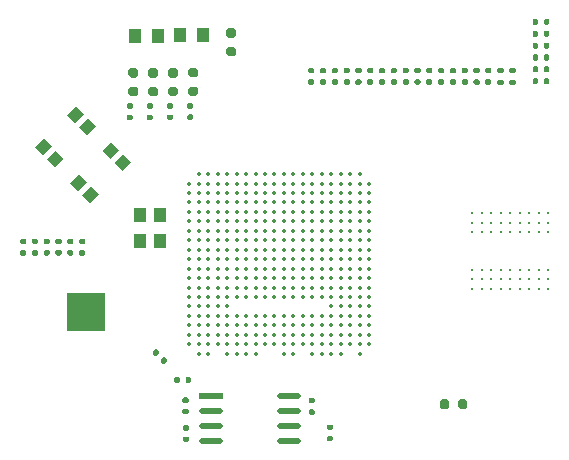
<source format=gtp>
G04 #@! TF.GenerationSoftware,KiCad,Pcbnew,5.1.9+dfsg1-1~bpo10+1*
G04 #@! TF.CreationDate,2021-11-14T15:52:16+01:00*
G04 #@! TF.ProjectId,ulx4m,756c7834-6d2e-46b6-9963-61645f706362,v0.0.2*
G04 #@! TF.SameCoordinates,Original*
G04 #@! TF.FileFunction,Paste,Top*
G04 #@! TF.FilePolarity,Positive*
%FSLAX46Y46*%
G04 Gerber Fmt 4.6, Leading zero omitted, Abs format (unit mm)*
G04 Created by KiCad (PCBNEW 5.1.9+dfsg1-1~bpo10+1) date 2021-11-14 15:52:16*
%MOMM*%
%LPD*%
G01*
G04 APERTURE LIST*
%ADD10C,0.300000*%
%ADD11C,0.350000*%
%ADD12R,2.000000X0.500000*%
%ADD13O,2.000000X0.500000*%
%ADD14R,1.095000X1.200000*%
%ADD15R,1.100000X1.300000*%
%ADD16C,0.100000*%
%ADD17R,0.750000X0.100000*%
%ADD18R,0.100000X0.750000*%
%ADD19R,3.300000X3.300000*%
G04 APERTURE END LIST*
G36*
G01*
X121355000Y-108810000D02*
X121645000Y-108810000D01*
G75*
G02*
X121760000Y-108925000I0J-115000D01*
G01*
X121760000Y-109155000D01*
G75*
G02*
X121645000Y-109270000I-115000J0D01*
G01*
X121355000Y-109270000D01*
G75*
G02*
X121240000Y-109155000I0J115000D01*
G01*
X121240000Y-108925000D01*
G75*
G02*
X121355000Y-108810000I115000J0D01*
G01*
G37*
G36*
G01*
X121355000Y-107850000D02*
X121645000Y-107850000D01*
G75*
G02*
X121760000Y-107965000I0J-115000D01*
G01*
X121760000Y-108195000D01*
G75*
G02*
X121645000Y-108310000I-115000J0D01*
G01*
X121355000Y-108310000D01*
G75*
G02*
X121240000Y-108195000I0J115000D01*
G01*
X121240000Y-107965000D01*
G75*
G02*
X121355000Y-107850000I115000J0D01*
G01*
G37*
D10*
X139970000Y-89955001D03*
X139170000Y-89955001D03*
X138370000Y-89955001D03*
X137570000Y-89955001D03*
X136770000Y-89955001D03*
X136770000Y-90755001D03*
X136770000Y-91555001D03*
X136770000Y-94755001D03*
X136770000Y-95555001D03*
X136770000Y-96355001D03*
X137570000Y-96355001D03*
X138370000Y-96355001D03*
X139170000Y-96355001D03*
X139970000Y-96355001D03*
X139970000Y-91555001D03*
X139170000Y-91555001D03*
X139170000Y-94755001D03*
X139970000Y-94755001D03*
X139970000Y-90755001D03*
X139170000Y-90755001D03*
X138370000Y-90755001D03*
X137570000Y-90755001D03*
X137570000Y-91555001D03*
X138370000Y-91555001D03*
X138370000Y-94755001D03*
X137570000Y-94755001D03*
X137570000Y-95555001D03*
X138370000Y-95555001D03*
X139170000Y-95555001D03*
X139970000Y-95555001D03*
X135970000Y-89955001D03*
X135970000Y-90755001D03*
X135970000Y-91555001D03*
X135970000Y-94755001D03*
X135970000Y-95555001D03*
X135970000Y-96355001D03*
X135170000Y-89955001D03*
X135170000Y-90755001D03*
X135170000Y-91555001D03*
X135170000Y-94755001D03*
X135170000Y-95555001D03*
X135170000Y-96355001D03*
X134370000Y-89955001D03*
X134370000Y-90755001D03*
X134370000Y-91555001D03*
X134370000Y-94755001D03*
X134370000Y-95555001D03*
X134370000Y-96355001D03*
X133570000Y-89955001D03*
X133570000Y-90755001D03*
X133570000Y-91555001D03*
X133570000Y-94755001D03*
X133570000Y-95555001D03*
X133570000Y-96355001D03*
D11*
X124010000Y-101850000D03*
X122410000Y-101850000D03*
X121610000Y-101850000D03*
X120810000Y-101850000D03*
X120010000Y-101850000D03*
X118410000Y-101850000D03*
X117610000Y-101850000D03*
X115210000Y-101850000D03*
X114410000Y-101850000D03*
X113610000Y-101850000D03*
X112810000Y-101850000D03*
X111210000Y-101850000D03*
X110410000Y-101850000D03*
X124810000Y-101050000D03*
X124010000Y-101050000D03*
X123210000Y-101050000D03*
X122410000Y-101050000D03*
X121610000Y-101050000D03*
X120810000Y-101050000D03*
X120010000Y-101050000D03*
X119210000Y-101050000D03*
X118410000Y-101050000D03*
X117610000Y-101050000D03*
X116810000Y-101050000D03*
X116010000Y-101050000D03*
X115210000Y-101050000D03*
X114410000Y-101050000D03*
X113610000Y-101050000D03*
X112810000Y-101050000D03*
X112010000Y-101050000D03*
X111210000Y-101050000D03*
X110410000Y-101050000D03*
X109610000Y-101050000D03*
X124810000Y-100250000D03*
X124010000Y-100250000D03*
X123210000Y-100250000D03*
X122410000Y-100250000D03*
X121610000Y-100250000D03*
X120810000Y-100250000D03*
X120010000Y-100250000D03*
X119210000Y-100250000D03*
X118410000Y-100250000D03*
X117610000Y-100250000D03*
X116810000Y-100250000D03*
X116010000Y-100250000D03*
X115210000Y-100250000D03*
X114410000Y-100250000D03*
X113610000Y-100250000D03*
X112810000Y-100250000D03*
X112010000Y-100250000D03*
X111210000Y-100250000D03*
X110410000Y-100250000D03*
X109610000Y-100250000D03*
X124810000Y-99450000D03*
X124010000Y-99450000D03*
X123210000Y-99450000D03*
X122410000Y-99450000D03*
X121610000Y-99450000D03*
X120810000Y-99450000D03*
X120010000Y-99450000D03*
X119210000Y-99450000D03*
X118410000Y-99450000D03*
X117610000Y-99450000D03*
X116810000Y-99450000D03*
X116010000Y-99450000D03*
X115210000Y-99450000D03*
X114410000Y-99450000D03*
X113610000Y-99450000D03*
X112810000Y-99450000D03*
X112010000Y-99450000D03*
X111210000Y-99450000D03*
X110410000Y-99450000D03*
X109610000Y-99450000D03*
X124810000Y-98650000D03*
X124010000Y-98650000D03*
X123210000Y-98650000D03*
X122410000Y-98650000D03*
X121610000Y-98650000D03*
X120810000Y-98650000D03*
X120010000Y-98650000D03*
X119210000Y-98650000D03*
X118410000Y-98650000D03*
X117610000Y-98650000D03*
X116810000Y-98650000D03*
X116010000Y-98650000D03*
X115210000Y-98650000D03*
X114410000Y-98650000D03*
X113610000Y-98650000D03*
X112810000Y-98650000D03*
X112010000Y-98650000D03*
X111210000Y-98650000D03*
X110410000Y-98650000D03*
X109610000Y-98650000D03*
X124810000Y-97850000D03*
X124010000Y-97850000D03*
X123210000Y-97850000D03*
X122410000Y-97850000D03*
X121610000Y-97850000D03*
X112810000Y-97850000D03*
X112010000Y-97850000D03*
X111210000Y-97850000D03*
X110410000Y-97850000D03*
X109610000Y-97850000D03*
X124810000Y-97050000D03*
X124010000Y-97050000D03*
X123210000Y-97050000D03*
X122410000Y-97050000D03*
X121610000Y-97050000D03*
X120810000Y-97050000D03*
X120010000Y-97050000D03*
X119210000Y-97050000D03*
X118410000Y-97050000D03*
X117610000Y-97050000D03*
X116810000Y-97050000D03*
X116010000Y-97050000D03*
X115210000Y-97050000D03*
X114410000Y-97050000D03*
X113610000Y-97050000D03*
X112810000Y-97050000D03*
X112010000Y-97050000D03*
X111210000Y-97050000D03*
X110410000Y-97050000D03*
X109610000Y-97050000D03*
X124810000Y-96250000D03*
X124010000Y-96250000D03*
X123210000Y-96250000D03*
X122410000Y-96250000D03*
X121610000Y-96250000D03*
X120810000Y-96250000D03*
X120010000Y-96250000D03*
X119210000Y-96250000D03*
X118410000Y-96250000D03*
X117610000Y-96250000D03*
X116810000Y-96250000D03*
X116010000Y-96250000D03*
X115210000Y-96250000D03*
X114410000Y-96250000D03*
X113610000Y-96250000D03*
X112810000Y-96250000D03*
X112010000Y-96250000D03*
X111210000Y-96250000D03*
X110410000Y-96250000D03*
X109610000Y-96250000D03*
X124810000Y-95450000D03*
X124010000Y-95450000D03*
X123210000Y-95450000D03*
X122410000Y-95450000D03*
X121610000Y-95450000D03*
X120810000Y-95450000D03*
X120010000Y-95450000D03*
X119210000Y-95450000D03*
X118410000Y-95450000D03*
X117610000Y-95450000D03*
X116810000Y-95450000D03*
X116010000Y-95450000D03*
X115210000Y-95450000D03*
X114410000Y-95450000D03*
X113610000Y-95450000D03*
X112810000Y-95450000D03*
X112010000Y-95450000D03*
X111210000Y-95450000D03*
X110410000Y-95450000D03*
X109610000Y-95450000D03*
X124810000Y-94650000D03*
X124010000Y-94650000D03*
X123210000Y-94650000D03*
X122410000Y-94650000D03*
X121610000Y-94650000D03*
X120810000Y-94650000D03*
X120010000Y-94650000D03*
X119210000Y-94650000D03*
X118410000Y-94650000D03*
X117610000Y-94650000D03*
X116810000Y-94650000D03*
X116010000Y-94650000D03*
X115210000Y-94650000D03*
X114410000Y-94650000D03*
X113610000Y-94650000D03*
X112810000Y-94650000D03*
X112010000Y-94650000D03*
X111210000Y-94650000D03*
X110410000Y-94650000D03*
X109610000Y-94650000D03*
X124810000Y-93850000D03*
X124010000Y-93850000D03*
X123210000Y-93850000D03*
X122410000Y-93850000D03*
X121610000Y-93850000D03*
X120810000Y-93850000D03*
X120010000Y-93850000D03*
X119210000Y-93850000D03*
X118410000Y-93850000D03*
X117610000Y-93850000D03*
X116810000Y-93850000D03*
X116010000Y-93850000D03*
X115210000Y-93850000D03*
X114410000Y-93850000D03*
X113610000Y-93850000D03*
X112810000Y-93850000D03*
X112010000Y-93850000D03*
X111210000Y-93850000D03*
X110410000Y-93850000D03*
X109610000Y-93850000D03*
X124810000Y-93050000D03*
X124010000Y-93050000D03*
X123210000Y-93050000D03*
X122410000Y-93050000D03*
X121610000Y-93050000D03*
X120810000Y-93050000D03*
X120010000Y-93050000D03*
X119210000Y-93050000D03*
X118410000Y-93050000D03*
X117610000Y-93050000D03*
X116810000Y-93050000D03*
X116010000Y-93050000D03*
X115210000Y-93050000D03*
X114410000Y-93050000D03*
X113610000Y-93050000D03*
X112810000Y-93050000D03*
X112010000Y-93050000D03*
X111210000Y-93050000D03*
X110410000Y-93050000D03*
X109610000Y-93050000D03*
X124810000Y-92250000D03*
X124010000Y-92250000D03*
X123210000Y-92250000D03*
X122410000Y-92250000D03*
X121610000Y-92250000D03*
X120810000Y-92250000D03*
X120010000Y-92250000D03*
X119210000Y-92250000D03*
X118410000Y-92250000D03*
X117610000Y-92250000D03*
X116810000Y-92250000D03*
X116010000Y-92250000D03*
X115210000Y-92250000D03*
X114410000Y-92250000D03*
X113610000Y-92250000D03*
X112810000Y-92250000D03*
X112010000Y-92250000D03*
X111210000Y-92250000D03*
X110410000Y-92250000D03*
X109610000Y-92250000D03*
X124810000Y-91450000D03*
X124010000Y-91450000D03*
X123210000Y-91450000D03*
X122410000Y-91450000D03*
X121610000Y-91450000D03*
X120810000Y-91450000D03*
X120010000Y-91450000D03*
X119210000Y-91450000D03*
X118410000Y-91450000D03*
X117610000Y-91450000D03*
X116810000Y-91450000D03*
X116010000Y-91450000D03*
X115210000Y-91450000D03*
X114410000Y-91450000D03*
X113610000Y-91450000D03*
X112810000Y-91450000D03*
X112010000Y-91450000D03*
X111210000Y-91450000D03*
X110410000Y-91450000D03*
X109610000Y-91450000D03*
X124810000Y-90650000D03*
X124010000Y-90650000D03*
X123210000Y-90650000D03*
X122410000Y-90650000D03*
X121610000Y-90650000D03*
X120810000Y-90650000D03*
X120010000Y-90650000D03*
X119210000Y-90650000D03*
X118410000Y-90650000D03*
X117610000Y-90650000D03*
X116810000Y-90650000D03*
X116010000Y-90650000D03*
X115210000Y-90650000D03*
X114410000Y-90650000D03*
X113610000Y-90650000D03*
X112810000Y-90650000D03*
X112010000Y-90650000D03*
X111210000Y-90650000D03*
X110410000Y-90650000D03*
X109610000Y-90650000D03*
X124810000Y-89850000D03*
X124010000Y-89850000D03*
X123210000Y-89850000D03*
X122410000Y-89850000D03*
X121610000Y-89850000D03*
X120810000Y-89850000D03*
X120010000Y-89850000D03*
X119210000Y-89850000D03*
X118410000Y-89850000D03*
X117610000Y-89850000D03*
X116810000Y-89850000D03*
X116010000Y-89850000D03*
X115210000Y-89850000D03*
X114410000Y-89850000D03*
X113610000Y-89850000D03*
X112810000Y-89850000D03*
X112010000Y-89850000D03*
X111210000Y-89850000D03*
X110410000Y-89850000D03*
X109610000Y-89850000D03*
X124810000Y-89050000D03*
X124010000Y-89050000D03*
X123210000Y-89050000D03*
X122410000Y-89050000D03*
X121610000Y-89050000D03*
X120810000Y-89050000D03*
X120010000Y-89050000D03*
X119210000Y-89050000D03*
X118410000Y-89050000D03*
X117610000Y-89050000D03*
X116810000Y-89050000D03*
X116010000Y-89050000D03*
X115210000Y-89050000D03*
X114410000Y-89050000D03*
X113610000Y-89050000D03*
X112810000Y-89050000D03*
X112010000Y-89050000D03*
X111210000Y-89050000D03*
X110410000Y-89050000D03*
X109610000Y-89050000D03*
X124810000Y-88250000D03*
X124010000Y-88250000D03*
X123210000Y-88250000D03*
X122410000Y-88250000D03*
X121610000Y-88250000D03*
X120810000Y-88250000D03*
X120010000Y-88250000D03*
X119210000Y-88250000D03*
X118410000Y-88250000D03*
X117610000Y-88250000D03*
X116810000Y-88250000D03*
X116010000Y-88250000D03*
X115210000Y-88250000D03*
X114410000Y-88250000D03*
X113610000Y-88250000D03*
X112810000Y-88250000D03*
X112010000Y-88250000D03*
X111210000Y-88250000D03*
X110410000Y-88250000D03*
X109610000Y-88250000D03*
X124810000Y-87450000D03*
X124010000Y-87450000D03*
X123210000Y-87450000D03*
X122410000Y-87450000D03*
X121610000Y-87450000D03*
X120810000Y-87450000D03*
X120010000Y-87450000D03*
X119210000Y-87450000D03*
X118410000Y-87450000D03*
X117610000Y-87450000D03*
X116810000Y-87450000D03*
X116010000Y-87450000D03*
X115210000Y-87450000D03*
X114410000Y-87450000D03*
X113610000Y-87450000D03*
X112810000Y-87450000D03*
X112010000Y-87450000D03*
X111210000Y-87450000D03*
X110410000Y-87450000D03*
X109610000Y-87450000D03*
X124010000Y-86650000D03*
X123210000Y-86650000D03*
X122410000Y-86650000D03*
X121610000Y-86650000D03*
X120810000Y-86650000D03*
X120010000Y-86650000D03*
X119210000Y-86650000D03*
X118410000Y-86650000D03*
X117610000Y-86650000D03*
X116810000Y-86650000D03*
X116010000Y-86650000D03*
X115210000Y-86650000D03*
X114410000Y-86650000D03*
X113610000Y-86650000D03*
X112810000Y-86650000D03*
X112010000Y-86650000D03*
X111210000Y-86650000D03*
X110410000Y-86650000D03*
G36*
G01*
X113381250Y-75090000D02*
X112918750Y-75090000D01*
G75*
G02*
X112725000Y-74896250I0J193750D01*
G01*
X112725000Y-74508750D01*
G75*
G02*
X112918750Y-74315000I193750J0D01*
G01*
X113381250Y-74315000D01*
G75*
G02*
X113575000Y-74508750I0J-193750D01*
G01*
X113575000Y-74896250D01*
G75*
G02*
X113381250Y-75090000I-193750J0D01*
G01*
G37*
G36*
G01*
X113381250Y-76665000D02*
X112918750Y-76665000D01*
G75*
G02*
X112725000Y-76471250I0J193750D01*
G01*
X112725000Y-76083750D01*
G75*
G02*
X112918750Y-75890000I193750J0D01*
G01*
X113381250Y-75890000D01*
G75*
G02*
X113575000Y-76083750I0J-193750D01*
G01*
X113575000Y-76471250D01*
G75*
G02*
X113381250Y-76665000I-193750J0D01*
G01*
G37*
D12*
X111401000Y-105450001D03*
D13*
X111401000Y-106720001D03*
X111401000Y-107990001D03*
X111401000Y-109260001D03*
X118005000Y-109260001D03*
X118005000Y-107990001D03*
X118005000Y-106720001D03*
X118005000Y-105450001D03*
D14*
X106947500Y-74920000D03*
X105012500Y-74920000D03*
X108819500Y-74911000D03*
X110754500Y-74911000D03*
G36*
G01*
X130800000Y-106355000D02*
X130800000Y-105905000D01*
G75*
G02*
X131000000Y-105705000I200000J0D01*
G01*
X131400000Y-105705000D01*
G75*
G02*
X131600000Y-105905000I0J-200000D01*
G01*
X131600000Y-106355000D01*
G75*
G02*
X131400000Y-106555000I-200000J0D01*
G01*
X131000000Y-106555000D01*
G75*
G02*
X130800000Y-106355000I0J200000D01*
G01*
G37*
G36*
G01*
X132350000Y-106355000D02*
X132350000Y-105905000D01*
G75*
G02*
X132550000Y-105705000I200000J0D01*
G01*
X132950000Y-105705000D01*
G75*
G02*
X133150000Y-105905000I0J-200000D01*
G01*
X133150000Y-106355000D01*
G75*
G02*
X132950000Y-106555000I-200000J0D01*
G01*
X132550000Y-106555000D01*
G75*
G02*
X132350000Y-106355000I0J200000D01*
G01*
G37*
G36*
G01*
X109698751Y-77670000D02*
X110161251Y-77670000D01*
G75*
G02*
X110355001Y-77863750I0J-193750D01*
G01*
X110355001Y-78251250D01*
G75*
G02*
X110161251Y-78445000I-193750J0D01*
G01*
X109698751Y-78445000D01*
G75*
G02*
X109505001Y-78251250I0J193750D01*
G01*
X109505001Y-77863750D01*
G75*
G02*
X109698751Y-77670000I193750J0D01*
G01*
G37*
G36*
G01*
X109698751Y-79245000D02*
X110161251Y-79245000D01*
G75*
G02*
X110355001Y-79438750I0J-193750D01*
G01*
X110355001Y-79826250D01*
G75*
G02*
X110161251Y-80020000I-193750J0D01*
G01*
X109698751Y-80020000D01*
G75*
G02*
X109505001Y-79826250I0J193750D01*
G01*
X109505001Y-79438750D01*
G75*
G02*
X109698751Y-79245000I193750J0D01*
G01*
G37*
G36*
G01*
X107988750Y-79270000D02*
X108451250Y-79270000D01*
G75*
G02*
X108645000Y-79463750I0J-193750D01*
G01*
X108645000Y-79851250D01*
G75*
G02*
X108451250Y-80045000I-193750J0D01*
G01*
X107988750Y-80045000D01*
G75*
G02*
X107795000Y-79851250I0J193750D01*
G01*
X107795000Y-79463750D01*
G75*
G02*
X107988750Y-79270000I193750J0D01*
G01*
G37*
G36*
G01*
X107988750Y-77695000D02*
X108451250Y-77695000D01*
G75*
G02*
X108645000Y-77888750I0J-193750D01*
G01*
X108645000Y-78276250D01*
G75*
G02*
X108451250Y-78470000I-193750J0D01*
G01*
X107988750Y-78470000D01*
G75*
G02*
X107795000Y-78276250I0J193750D01*
G01*
X107795000Y-77888750D01*
G75*
G02*
X107988750Y-77695000I193750J0D01*
G01*
G37*
G36*
G01*
X106308750Y-77695001D02*
X106771250Y-77695001D01*
G75*
G02*
X106965000Y-77888751I0J-193750D01*
G01*
X106965000Y-78276251D01*
G75*
G02*
X106771250Y-78470001I-193750J0D01*
G01*
X106308750Y-78470001D01*
G75*
G02*
X106115000Y-78276251I0J193750D01*
G01*
X106115000Y-77888751D01*
G75*
G02*
X106308750Y-77695001I193750J0D01*
G01*
G37*
G36*
G01*
X106308750Y-79270001D02*
X106771250Y-79270001D01*
G75*
G02*
X106965000Y-79463751I0J-193750D01*
G01*
X106965000Y-79851251D01*
G75*
G02*
X106771250Y-80045001I-193750J0D01*
G01*
X106308750Y-80045001D01*
G75*
G02*
X106115000Y-79851251I0J193750D01*
G01*
X106115000Y-79463751D01*
G75*
G02*
X106308750Y-79270001I193750J0D01*
G01*
G37*
G36*
G01*
X104628750Y-79270000D02*
X105091250Y-79270000D01*
G75*
G02*
X105285000Y-79463750I0J-193750D01*
G01*
X105285000Y-79851250D01*
G75*
G02*
X105091250Y-80045000I-193750J0D01*
G01*
X104628750Y-80045000D01*
G75*
G02*
X104435000Y-79851250I0J193750D01*
G01*
X104435000Y-79463750D01*
G75*
G02*
X104628750Y-79270000I193750J0D01*
G01*
G37*
G36*
G01*
X104628750Y-77695000D02*
X105091250Y-77695000D01*
G75*
G02*
X105285000Y-77888750I0J-193750D01*
G01*
X105285000Y-78276250D01*
G75*
G02*
X105091250Y-78470000I-193750J0D01*
G01*
X104628750Y-78470000D01*
G75*
G02*
X104435000Y-78276250I0J193750D01*
G01*
X104435000Y-77888750D01*
G75*
G02*
X104628750Y-77695000I193750J0D01*
G01*
G37*
G36*
G01*
X109450999Y-108365000D02*
X109160999Y-108365000D01*
G75*
G02*
X109045999Y-108250000I0J115000D01*
G01*
X109045999Y-108020000D01*
G75*
G02*
X109160999Y-107905000I115000J0D01*
G01*
X109450999Y-107905000D01*
G75*
G02*
X109565999Y-108020000I0J-115000D01*
G01*
X109565999Y-108250000D01*
G75*
G02*
X109450999Y-108365000I-115000J0D01*
G01*
G37*
G36*
G01*
X109450999Y-109325000D02*
X109160999Y-109325000D01*
G75*
G02*
X109045999Y-109210000I0J115000D01*
G01*
X109045999Y-108980000D01*
G75*
G02*
X109160999Y-108865000I115000J0D01*
G01*
X109450999Y-108865000D01*
G75*
G02*
X109565999Y-108980000I0J-115000D01*
G01*
X109565999Y-109210000D01*
G75*
G02*
X109450999Y-109325000I-115000J0D01*
G01*
G37*
G36*
G01*
X109750000Y-103935000D02*
X109750000Y-104225000D01*
G75*
G02*
X109635000Y-104340000I-115000J0D01*
G01*
X109405000Y-104340000D01*
G75*
G02*
X109290000Y-104225000I0J115000D01*
G01*
X109290000Y-103935000D01*
G75*
G02*
X109405000Y-103820000I115000J0D01*
G01*
X109635000Y-103820000D01*
G75*
G02*
X109750000Y-103935000I0J-115000D01*
G01*
G37*
G36*
G01*
X108790000Y-103935000D02*
X108790000Y-104225000D01*
G75*
G02*
X108675000Y-104340000I-115000J0D01*
G01*
X108445000Y-104340000D01*
G75*
G02*
X108330000Y-104225000I0J115000D01*
G01*
X108330000Y-103935000D01*
G75*
G02*
X108445000Y-103820000I115000J0D01*
G01*
X108675000Y-103820000D01*
G75*
G02*
X108790000Y-103935000I0J-115000D01*
G01*
G37*
G36*
G01*
X109136000Y-106515000D02*
X109426000Y-106515000D01*
G75*
G02*
X109541000Y-106630000I0J-115000D01*
G01*
X109541000Y-106860000D01*
G75*
G02*
X109426000Y-106975000I-115000J0D01*
G01*
X109136000Y-106975000D01*
G75*
G02*
X109021000Y-106860000I0J115000D01*
G01*
X109021000Y-106630000D01*
G75*
G02*
X109136000Y-106515000I115000J0D01*
G01*
G37*
G36*
G01*
X109136000Y-105555000D02*
X109426000Y-105555000D01*
G75*
G02*
X109541000Y-105670000I0J-115000D01*
G01*
X109541000Y-105900000D01*
G75*
G02*
X109426000Y-106015000I-115000J0D01*
G01*
X109136000Y-106015000D01*
G75*
G02*
X109021000Y-105900000I0J115000D01*
G01*
X109021000Y-105670000D01*
G75*
G02*
X109136000Y-105555000I115000J0D01*
G01*
G37*
G36*
G01*
X119811000Y-105605001D02*
X120101000Y-105605001D01*
G75*
G02*
X120216000Y-105720001I0J-115000D01*
G01*
X120216000Y-105950001D01*
G75*
G02*
X120101000Y-106065001I-115000J0D01*
G01*
X119811000Y-106065001D01*
G75*
G02*
X119696000Y-105950001I0J115000D01*
G01*
X119696000Y-105720001D01*
G75*
G02*
X119811000Y-105605001I115000J0D01*
G01*
G37*
G36*
G01*
X119811000Y-106565001D02*
X120101000Y-106565001D01*
G75*
G02*
X120216000Y-106680001I0J-115000D01*
G01*
X120216000Y-106910001D01*
G75*
G02*
X120101000Y-107025001I-115000J0D01*
G01*
X119811000Y-107025001D01*
G75*
G02*
X119696000Y-106910001I0J115000D01*
G01*
X119696000Y-106680001D01*
G75*
G02*
X119811000Y-106565001I115000J0D01*
G01*
G37*
G36*
G01*
X107694576Y-102489515D02*
X107489515Y-102694576D01*
G75*
G02*
X107326881Y-102694576I-81317J81317D01*
G01*
X107164246Y-102531941D01*
G75*
G02*
X107164246Y-102369307I81317J81317D01*
G01*
X107369307Y-102164246D01*
G75*
G02*
X107531941Y-102164246I81317J-81317D01*
G01*
X107694576Y-102326881D01*
G75*
G02*
X107694576Y-102489515I-81317J-81317D01*
G01*
G37*
G36*
G01*
X107015754Y-101810693D02*
X106810693Y-102015754D01*
G75*
G02*
X106648059Y-102015754I-81317J81317D01*
G01*
X106485424Y-101853119D01*
G75*
G02*
X106485424Y-101690485I81317J81317D01*
G01*
X106690485Y-101485424D01*
G75*
G02*
X106853119Y-101485424I81317J-81317D01*
G01*
X107015754Y-101648059D01*
G75*
G02*
X107015754Y-101810693I-81317J-81317D01*
G01*
G37*
G36*
G01*
X109825000Y-82060000D02*
X109535000Y-82060000D01*
G75*
G02*
X109420000Y-81945000I0J115000D01*
G01*
X109420000Y-81715000D01*
G75*
G02*
X109535000Y-81600000I115000J0D01*
G01*
X109825000Y-81600000D01*
G75*
G02*
X109940000Y-81715000I0J-115000D01*
G01*
X109940000Y-81945000D01*
G75*
G02*
X109825000Y-82060000I-115000J0D01*
G01*
G37*
G36*
G01*
X109825000Y-81100000D02*
X109535000Y-81100000D01*
G75*
G02*
X109420000Y-80985000I0J115000D01*
G01*
X109420000Y-80755000D01*
G75*
G02*
X109535000Y-80640000I115000J0D01*
G01*
X109825000Y-80640000D01*
G75*
G02*
X109940000Y-80755000I0J-115000D01*
G01*
X109940000Y-80985000D01*
G75*
G02*
X109825000Y-81100000I-115000J0D01*
G01*
G37*
G36*
G01*
X108105000Y-81110000D02*
X107815000Y-81110000D01*
G75*
G02*
X107700000Y-80995000I0J115000D01*
G01*
X107700000Y-80765000D01*
G75*
G02*
X107815000Y-80650000I115000J0D01*
G01*
X108105000Y-80650000D01*
G75*
G02*
X108220000Y-80765000I0J-115000D01*
G01*
X108220000Y-80995000D01*
G75*
G02*
X108105000Y-81110000I-115000J0D01*
G01*
G37*
G36*
G01*
X108105000Y-82070000D02*
X107815000Y-82070000D01*
G75*
G02*
X107700000Y-81955000I0J115000D01*
G01*
X107700000Y-81725000D01*
G75*
G02*
X107815000Y-81610000I115000J0D01*
G01*
X108105000Y-81610000D01*
G75*
G02*
X108220000Y-81725000I0J-115000D01*
G01*
X108220000Y-81955000D01*
G75*
G02*
X108105000Y-82070000I-115000J0D01*
G01*
G37*
G36*
G01*
X106405000Y-82079999D02*
X106115000Y-82079999D01*
G75*
G02*
X106000000Y-81964999I0J115000D01*
G01*
X106000000Y-81734999D01*
G75*
G02*
X106115000Y-81619999I115000J0D01*
G01*
X106405000Y-81619999D01*
G75*
G02*
X106520000Y-81734999I0J-115000D01*
G01*
X106520000Y-81964999D01*
G75*
G02*
X106405000Y-82079999I-115000J0D01*
G01*
G37*
G36*
G01*
X106405000Y-81119999D02*
X106115000Y-81119999D01*
G75*
G02*
X106000000Y-81004999I0J115000D01*
G01*
X106000000Y-80774999D01*
G75*
G02*
X106115000Y-80659999I115000J0D01*
G01*
X106405000Y-80659999D01*
G75*
G02*
X106520000Y-80774999I0J-115000D01*
G01*
X106520000Y-81004999D01*
G75*
G02*
X106405000Y-81119999I-115000J0D01*
G01*
G37*
G36*
G01*
X104710000Y-82080000D02*
X104420000Y-82080000D01*
G75*
G02*
X104305000Y-81965000I0J115000D01*
G01*
X104305000Y-81735000D01*
G75*
G02*
X104420000Y-81620000I115000J0D01*
G01*
X104710000Y-81620000D01*
G75*
G02*
X104825000Y-81735000I0J-115000D01*
G01*
X104825000Y-81965000D01*
G75*
G02*
X104710000Y-82080000I-115000J0D01*
G01*
G37*
G36*
G01*
X104710000Y-81120000D02*
X104420000Y-81120000D01*
G75*
G02*
X104305000Y-81005000I0J115000D01*
G01*
X104305000Y-80775000D01*
G75*
G02*
X104420000Y-80660000I115000J0D01*
G01*
X104710000Y-80660000D01*
G75*
G02*
X104825000Y-80775000I0J-115000D01*
G01*
X104825000Y-81005000D01*
G75*
G02*
X104710000Y-81120000I-115000J0D01*
G01*
G37*
D15*
X105410000Y-90090000D03*
X105410000Y-92290000D03*
X107110000Y-92290000D03*
X107110000Y-90090000D03*
G36*
G01*
X128065000Y-78120000D02*
X127775000Y-78120000D01*
G75*
G02*
X127660000Y-78005000I0J115000D01*
G01*
X127660000Y-77775000D01*
G75*
G02*
X127775000Y-77660000I115000J0D01*
G01*
X128065000Y-77660000D01*
G75*
G02*
X128180000Y-77775000I0J-115000D01*
G01*
X128180000Y-78005000D01*
G75*
G02*
X128065000Y-78120000I-115000J0D01*
G01*
G37*
G36*
G01*
X128065000Y-79080000D02*
X127775000Y-79080000D01*
G75*
G02*
X127660000Y-78965000I0J115000D01*
G01*
X127660000Y-78735000D01*
G75*
G02*
X127775000Y-78620000I115000J0D01*
G01*
X128065000Y-78620000D01*
G75*
G02*
X128180000Y-78735000I0J-115000D01*
G01*
X128180000Y-78965000D01*
G75*
G02*
X128065000Y-79080000I-115000J0D01*
G01*
G37*
G36*
G01*
X129065000Y-79080000D02*
X128775000Y-79080000D01*
G75*
G02*
X128660000Y-78965000I0J115000D01*
G01*
X128660000Y-78735000D01*
G75*
G02*
X128775000Y-78620000I115000J0D01*
G01*
X129065000Y-78620000D01*
G75*
G02*
X129180000Y-78735000I0J-115000D01*
G01*
X129180000Y-78965000D01*
G75*
G02*
X129065000Y-79080000I-115000J0D01*
G01*
G37*
G36*
G01*
X129065000Y-78120000D02*
X128775000Y-78120000D01*
G75*
G02*
X128660000Y-78005000I0J115000D01*
G01*
X128660000Y-77775000D01*
G75*
G02*
X128775000Y-77660000I115000J0D01*
G01*
X129065000Y-77660000D01*
G75*
G02*
X129180000Y-77775000I0J-115000D01*
G01*
X129180000Y-78005000D01*
G75*
G02*
X129065000Y-78120000I-115000J0D01*
G01*
G37*
G36*
G01*
X130065000Y-78120000D02*
X129775000Y-78120000D01*
G75*
G02*
X129660000Y-78005000I0J115000D01*
G01*
X129660000Y-77775000D01*
G75*
G02*
X129775000Y-77660000I115000J0D01*
G01*
X130065000Y-77660000D01*
G75*
G02*
X130180000Y-77775000I0J-115000D01*
G01*
X130180000Y-78005000D01*
G75*
G02*
X130065000Y-78120000I-115000J0D01*
G01*
G37*
G36*
G01*
X130065000Y-79080000D02*
X129775000Y-79080000D01*
G75*
G02*
X129660000Y-78965000I0J115000D01*
G01*
X129660000Y-78735000D01*
G75*
G02*
X129775000Y-78620000I115000J0D01*
G01*
X130065000Y-78620000D01*
G75*
G02*
X130180000Y-78735000I0J-115000D01*
G01*
X130180000Y-78965000D01*
G75*
G02*
X130065000Y-79080000I-115000J0D01*
G01*
G37*
G36*
G01*
X131065000Y-79080000D02*
X130775000Y-79080000D01*
G75*
G02*
X130660000Y-78965000I0J115000D01*
G01*
X130660000Y-78735000D01*
G75*
G02*
X130775000Y-78620000I115000J0D01*
G01*
X131065000Y-78620000D01*
G75*
G02*
X131180000Y-78735000I0J-115000D01*
G01*
X131180000Y-78965000D01*
G75*
G02*
X131065000Y-79080000I-115000J0D01*
G01*
G37*
G36*
G01*
X131065000Y-78120000D02*
X130775000Y-78120000D01*
G75*
G02*
X130660000Y-78005000I0J115000D01*
G01*
X130660000Y-77775000D01*
G75*
G02*
X130775000Y-77660000I115000J0D01*
G01*
X131065000Y-77660000D01*
G75*
G02*
X131180000Y-77775000I0J-115000D01*
G01*
X131180000Y-78005000D01*
G75*
G02*
X131065000Y-78120000I-115000J0D01*
G01*
G37*
G36*
G01*
X132065000Y-78120000D02*
X131775000Y-78120000D01*
G75*
G02*
X131660000Y-78005000I0J115000D01*
G01*
X131660000Y-77775000D01*
G75*
G02*
X131775000Y-77660000I115000J0D01*
G01*
X132065000Y-77660000D01*
G75*
G02*
X132180000Y-77775000I0J-115000D01*
G01*
X132180000Y-78005000D01*
G75*
G02*
X132065000Y-78120000I-115000J0D01*
G01*
G37*
G36*
G01*
X132065000Y-79080000D02*
X131775000Y-79080000D01*
G75*
G02*
X131660000Y-78965000I0J115000D01*
G01*
X131660000Y-78735000D01*
G75*
G02*
X131775000Y-78620000I115000J0D01*
G01*
X132065000Y-78620000D01*
G75*
G02*
X132180000Y-78735000I0J-115000D01*
G01*
X132180000Y-78965000D01*
G75*
G02*
X132065000Y-79080000I-115000J0D01*
G01*
G37*
G36*
G01*
X133065000Y-79080000D02*
X132775000Y-79080000D01*
G75*
G02*
X132660000Y-78965000I0J115000D01*
G01*
X132660000Y-78735000D01*
G75*
G02*
X132775000Y-78620000I115000J0D01*
G01*
X133065000Y-78620000D01*
G75*
G02*
X133180000Y-78735000I0J-115000D01*
G01*
X133180000Y-78965000D01*
G75*
G02*
X133065000Y-79080000I-115000J0D01*
G01*
G37*
G36*
G01*
X133065000Y-78120000D02*
X132775000Y-78120000D01*
G75*
G02*
X132660000Y-78005000I0J115000D01*
G01*
X132660000Y-77775000D01*
G75*
G02*
X132775000Y-77660000I115000J0D01*
G01*
X133065000Y-77660000D01*
G75*
G02*
X133180000Y-77775000I0J-115000D01*
G01*
X133180000Y-78005000D01*
G75*
G02*
X133065000Y-78120000I-115000J0D01*
G01*
G37*
G36*
G01*
X134065000Y-78120000D02*
X133775000Y-78120000D01*
G75*
G02*
X133660000Y-78005000I0J115000D01*
G01*
X133660000Y-77775000D01*
G75*
G02*
X133775000Y-77660000I115000J0D01*
G01*
X134065000Y-77660000D01*
G75*
G02*
X134180000Y-77775000I0J-115000D01*
G01*
X134180000Y-78005000D01*
G75*
G02*
X134065000Y-78120000I-115000J0D01*
G01*
G37*
G36*
G01*
X134065000Y-79080000D02*
X133775000Y-79080000D01*
G75*
G02*
X133660000Y-78965000I0J115000D01*
G01*
X133660000Y-78735000D01*
G75*
G02*
X133775000Y-78620000I115000J0D01*
G01*
X134065000Y-78620000D01*
G75*
G02*
X134180000Y-78735000I0J-115000D01*
G01*
X134180000Y-78965000D01*
G75*
G02*
X134065000Y-79080000I-115000J0D01*
G01*
G37*
G36*
G01*
X135065000Y-79080000D02*
X134775000Y-79080000D01*
G75*
G02*
X134660000Y-78965000I0J115000D01*
G01*
X134660000Y-78735000D01*
G75*
G02*
X134775000Y-78620000I115000J0D01*
G01*
X135065000Y-78620000D01*
G75*
G02*
X135180000Y-78735000I0J-115000D01*
G01*
X135180000Y-78965000D01*
G75*
G02*
X135065000Y-79080000I-115000J0D01*
G01*
G37*
G36*
G01*
X135065000Y-78120000D02*
X134775000Y-78120000D01*
G75*
G02*
X134660000Y-78005000I0J115000D01*
G01*
X134660000Y-77775000D01*
G75*
G02*
X134775000Y-77660000I115000J0D01*
G01*
X135065000Y-77660000D01*
G75*
G02*
X135180000Y-77775000I0J-115000D01*
G01*
X135180000Y-78005000D01*
G75*
G02*
X135065000Y-78120000I-115000J0D01*
G01*
G37*
G36*
G01*
X120065000Y-78120000D02*
X119775000Y-78120000D01*
G75*
G02*
X119660000Y-78005000I0J115000D01*
G01*
X119660000Y-77775000D01*
G75*
G02*
X119775000Y-77660000I115000J0D01*
G01*
X120065000Y-77660000D01*
G75*
G02*
X120180000Y-77775000I0J-115000D01*
G01*
X120180000Y-78005000D01*
G75*
G02*
X120065000Y-78120000I-115000J0D01*
G01*
G37*
G36*
G01*
X120065000Y-79080000D02*
X119775000Y-79080000D01*
G75*
G02*
X119660000Y-78965000I0J115000D01*
G01*
X119660000Y-78735000D01*
G75*
G02*
X119775000Y-78620000I115000J0D01*
G01*
X120065000Y-78620000D01*
G75*
G02*
X120180000Y-78735000I0J-115000D01*
G01*
X120180000Y-78965000D01*
G75*
G02*
X120065000Y-79080000I-115000J0D01*
G01*
G37*
G36*
G01*
X121065000Y-79080000D02*
X120775000Y-79080000D01*
G75*
G02*
X120660000Y-78965000I0J115000D01*
G01*
X120660000Y-78735000D01*
G75*
G02*
X120775000Y-78620000I115000J0D01*
G01*
X121065000Y-78620000D01*
G75*
G02*
X121180000Y-78735000I0J-115000D01*
G01*
X121180000Y-78965000D01*
G75*
G02*
X121065000Y-79080000I-115000J0D01*
G01*
G37*
G36*
G01*
X121065000Y-78120000D02*
X120775000Y-78120000D01*
G75*
G02*
X120660000Y-78005000I0J115000D01*
G01*
X120660000Y-77775000D01*
G75*
G02*
X120775000Y-77660000I115000J0D01*
G01*
X121065000Y-77660000D01*
G75*
G02*
X121180000Y-77775000I0J-115000D01*
G01*
X121180000Y-78005000D01*
G75*
G02*
X121065000Y-78120000I-115000J0D01*
G01*
G37*
G36*
G01*
X122065000Y-78120000D02*
X121775000Y-78120000D01*
G75*
G02*
X121660000Y-78005000I0J115000D01*
G01*
X121660000Y-77775000D01*
G75*
G02*
X121775000Y-77660000I115000J0D01*
G01*
X122065000Y-77660000D01*
G75*
G02*
X122180000Y-77775000I0J-115000D01*
G01*
X122180000Y-78005000D01*
G75*
G02*
X122065000Y-78120000I-115000J0D01*
G01*
G37*
G36*
G01*
X122065000Y-79080000D02*
X121775000Y-79080000D01*
G75*
G02*
X121660000Y-78965000I0J115000D01*
G01*
X121660000Y-78735000D01*
G75*
G02*
X121775000Y-78620000I115000J0D01*
G01*
X122065000Y-78620000D01*
G75*
G02*
X122180000Y-78735000I0J-115000D01*
G01*
X122180000Y-78965000D01*
G75*
G02*
X122065000Y-79080000I-115000J0D01*
G01*
G37*
G36*
G01*
X123065000Y-79080000D02*
X122775000Y-79080000D01*
G75*
G02*
X122660000Y-78965000I0J115000D01*
G01*
X122660000Y-78735000D01*
G75*
G02*
X122775000Y-78620000I115000J0D01*
G01*
X123065000Y-78620000D01*
G75*
G02*
X123180000Y-78735000I0J-115000D01*
G01*
X123180000Y-78965000D01*
G75*
G02*
X123065000Y-79080000I-115000J0D01*
G01*
G37*
G36*
G01*
X123065000Y-78120000D02*
X122775000Y-78120000D01*
G75*
G02*
X122660000Y-78005000I0J115000D01*
G01*
X122660000Y-77775000D01*
G75*
G02*
X122775000Y-77660000I115000J0D01*
G01*
X123065000Y-77660000D01*
G75*
G02*
X123180000Y-77775000I0J-115000D01*
G01*
X123180000Y-78005000D01*
G75*
G02*
X123065000Y-78120000I-115000J0D01*
G01*
G37*
G36*
G01*
X124065000Y-78120000D02*
X123775000Y-78120000D01*
G75*
G02*
X123660000Y-78005000I0J115000D01*
G01*
X123660000Y-77775000D01*
G75*
G02*
X123775000Y-77660000I115000J0D01*
G01*
X124065000Y-77660000D01*
G75*
G02*
X124180000Y-77775000I0J-115000D01*
G01*
X124180000Y-78005000D01*
G75*
G02*
X124065000Y-78120000I-115000J0D01*
G01*
G37*
G36*
G01*
X124065000Y-79080000D02*
X123775000Y-79080000D01*
G75*
G02*
X123660000Y-78965000I0J115000D01*
G01*
X123660000Y-78735000D01*
G75*
G02*
X123775000Y-78620000I115000J0D01*
G01*
X124065000Y-78620000D01*
G75*
G02*
X124180000Y-78735000I0J-115000D01*
G01*
X124180000Y-78965000D01*
G75*
G02*
X124065000Y-79080000I-115000J0D01*
G01*
G37*
G36*
G01*
X125065000Y-78120000D02*
X124775000Y-78120000D01*
G75*
G02*
X124660000Y-78005000I0J115000D01*
G01*
X124660000Y-77775000D01*
G75*
G02*
X124775000Y-77660000I115000J0D01*
G01*
X125065000Y-77660000D01*
G75*
G02*
X125180000Y-77775000I0J-115000D01*
G01*
X125180000Y-78005000D01*
G75*
G02*
X125065000Y-78120000I-115000J0D01*
G01*
G37*
G36*
G01*
X125065000Y-79080000D02*
X124775000Y-79080000D01*
G75*
G02*
X124660000Y-78965000I0J115000D01*
G01*
X124660000Y-78735000D01*
G75*
G02*
X124775000Y-78620000I115000J0D01*
G01*
X125065000Y-78620000D01*
G75*
G02*
X125180000Y-78735000I0J-115000D01*
G01*
X125180000Y-78965000D01*
G75*
G02*
X125065000Y-79080000I-115000J0D01*
G01*
G37*
G36*
G01*
X126065000Y-79080000D02*
X125775000Y-79080000D01*
G75*
G02*
X125660000Y-78965000I0J115000D01*
G01*
X125660000Y-78735000D01*
G75*
G02*
X125775000Y-78620000I115000J0D01*
G01*
X126065000Y-78620000D01*
G75*
G02*
X126180000Y-78735000I0J-115000D01*
G01*
X126180000Y-78965000D01*
G75*
G02*
X126065000Y-79080000I-115000J0D01*
G01*
G37*
G36*
G01*
X126065000Y-78120000D02*
X125775000Y-78120000D01*
G75*
G02*
X125660000Y-78005000I0J115000D01*
G01*
X125660000Y-77775000D01*
G75*
G02*
X125775000Y-77660000I115000J0D01*
G01*
X126065000Y-77660000D01*
G75*
G02*
X126180000Y-77775000I0J-115000D01*
G01*
X126180000Y-78005000D01*
G75*
G02*
X126065000Y-78120000I-115000J0D01*
G01*
G37*
G36*
G01*
X127065000Y-79080000D02*
X126775000Y-79080000D01*
G75*
G02*
X126660000Y-78965000I0J115000D01*
G01*
X126660000Y-78735000D01*
G75*
G02*
X126775000Y-78620000I115000J0D01*
G01*
X127065000Y-78620000D01*
G75*
G02*
X127180000Y-78735000I0J-115000D01*
G01*
X127180000Y-78965000D01*
G75*
G02*
X127065000Y-79080000I-115000J0D01*
G01*
G37*
G36*
G01*
X127065000Y-78120000D02*
X126775000Y-78120000D01*
G75*
G02*
X126660000Y-78005000I0J115000D01*
G01*
X126660000Y-77775000D01*
G75*
G02*
X126775000Y-77660000I115000J0D01*
G01*
X127065000Y-77660000D01*
G75*
G02*
X127180000Y-77775000I0J-115000D01*
G01*
X127180000Y-78005000D01*
G75*
G02*
X127065000Y-78120000I-115000J0D01*
G01*
G37*
G36*
G01*
X137130000Y-79110000D02*
X136810000Y-79110000D01*
G75*
G02*
X136700000Y-79000000I0J110000D01*
G01*
X136700000Y-78780000D01*
G75*
G02*
X136810000Y-78670000I110000J0D01*
G01*
X137130000Y-78670000D01*
G75*
G02*
X137240000Y-78780000I0J-110000D01*
G01*
X137240000Y-79000000D01*
G75*
G02*
X137130000Y-79110000I-110000J0D01*
G01*
G37*
G36*
G01*
X137130000Y-78090000D02*
X136810000Y-78090000D01*
G75*
G02*
X136700000Y-77980000I0J110000D01*
G01*
X136700000Y-77760000D01*
G75*
G02*
X136810000Y-77650000I110000J0D01*
G01*
X137130000Y-77650000D01*
G75*
G02*
X137240000Y-77760000I0J-110000D01*
G01*
X137240000Y-77980000D01*
G75*
G02*
X137130000Y-78090000I-110000J0D01*
G01*
G37*
G36*
G01*
X136100000Y-78090000D02*
X135780000Y-78090000D01*
G75*
G02*
X135670000Y-77980000I0J110000D01*
G01*
X135670000Y-77760000D01*
G75*
G02*
X135780000Y-77650000I110000J0D01*
G01*
X136100000Y-77650000D01*
G75*
G02*
X136210000Y-77760000I0J-110000D01*
G01*
X136210000Y-77980000D01*
G75*
G02*
X136100000Y-78090000I-110000J0D01*
G01*
G37*
G36*
G01*
X136100000Y-79110000D02*
X135780000Y-79110000D01*
G75*
G02*
X135670000Y-79000000I0J110000D01*
G01*
X135670000Y-78780000D01*
G75*
G02*
X135780000Y-78670000I110000J0D01*
G01*
X136100000Y-78670000D01*
G75*
G02*
X136210000Y-78780000I0J-110000D01*
G01*
X136210000Y-79000000D01*
G75*
G02*
X136100000Y-79110000I-110000J0D01*
G01*
G37*
G36*
G01*
X100385000Y-93080000D02*
X100675000Y-93080000D01*
G75*
G02*
X100790000Y-93195000I0J-115000D01*
G01*
X100790000Y-93425000D01*
G75*
G02*
X100675000Y-93540000I-115000J0D01*
G01*
X100385000Y-93540000D01*
G75*
G02*
X100270000Y-93425000I0J115000D01*
G01*
X100270000Y-93195000D01*
G75*
G02*
X100385000Y-93080000I115000J0D01*
G01*
G37*
G36*
G01*
X100385000Y-92120000D02*
X100675000Y-92120000D01*
G75*
G02*
X100790000Y-92235000I0J-115000D01*
G01*
X100790000Y-92465000D01*
G75*
G02*
X100675000Y-92580000I-115000J0D01*
G01*
X100385000Y-92580000D01*
G75*
G02*
X100270000Y-92465000I0J115000D01*
G01*
X100270000Y-92235000D01*
G75*
G02*
X100385000Y-92120000I115000J0D01*
G01*
G37*
G36*
G01*
X139620000Y-75924999D02*
X139620000Y-75634999D01*
G75*
G02*
X139735000Y-75519999I115000J0D01*
G01*
X139965000Y-75519999D01*
G75*
G02*
X140080000Y-75634999I0J-115000D01*
G01*
X140080000Y-75924999D01*
G75*
G02*
X139965000Y-76039999I-115000J0D01*
G01*
X139735000Y-76039999D01*
G75*
G02*
X139620000Y-75924999I0J115000D01*
G01*
G37*
G36*
G01*
X138660000Y-75924999D02*
X138660000Y-75634999D01*
G75*
G02*
X138775000Y-75519999I115000J0D01*
G01*
X139005000Y-75519999D01*
G75*
G02*
X139120000Y-75634999I0J-115000D01*
G01*
X139120000Y-75924999D01*
G75*
G02*
X139005000Y-76039999I-115000J0D01*
G01*
X138775000Y-76039999D01*
G75*
G02*
X138660000Y-75924999I0J115000D01*
G01*
G37*
G36*
G01*
X96385000Y-93080000D02*
X96675000Y-93080000D01*
G75*
G02*
X96790000Y-93195000I0J-115000D01*
G01*
X96790000Y-93425000D01*
G75*
G02*
X96675000Y-93540000I-115000J0D01*
G01*
X96385000Y-93540000D01*
G75*
G02*
X96270000Y-93425000I0J115000D01*
G01*
X96270000Y-93195000D01*
G75*
G02*
X96385000Y-93080000I115000J0D01*
G01*
G37*
G36*
G01*
X96385000Y-92120000D02*
X96675000Y-92120000D01*
G75*
G02*
X96790000Y-92235000I0J-115000D01*
G01*
X96790000Y-92465000D01*
G75*
G02*
X96675000Y-92580000I-115000J0D01*
G01*
X96385000Y-92580000D01*
G75*
G02*
X96270000Y-92465000I0J115000D01*
G01*
X96270000Y-92235000D01*
G75*
G02*
X96385000Y-92120000I115000J0D01*
G01*
G37*
G36*
G01*
X98385000Y-92120000D02*
X98675000Y-92120000D01*
G75*
G02*
X98790000Y-92235000I0J-115000D01*
G01*
X98790000Y-92465000D01*
G75*
G02*
X98675000Y-92580000I-115000J0D01*
G01*
X98385000Y-92580000D01*
G75*
G02*
X98270000Y-92465000I0J115000D01*
G01*
X98270000Y-92235000D01*
G75*
G02*
X98385000Y-92120000I115000J0D01*
G01*
G37*
G36*
G01*
X98385000Y-93080000D02*
X98675000Y-93080000D01*
G75*
G02*
X98790000Y-93195000I0J-115000D01*
G01*
X98790000Y-93425000D01*
G75*
G02*
X98675000Y-93540000I-115000J0D01*
G01*
X98385000Y-93540000D01*
G75*
G02*
X98270000Y-93425000I0J115000D01*
G01*
X98270000Y-93195000D01*
G75*
G02*
X98385000Y-93080000I115000J0D01*
G01*
G37*
G36*
G01*
X138660000Y-77925000D02*
X138660000Y-77635000D01*
G75*
G02*
X138775000Y-77520000I115000J0D01*
G01*
X139005000Y-77520000D01*
G75*
G02*
X139120000Y-77635000I0J-115000D01*
G01*
X139120000Y-77925000D01*
G75*
G02*
X139005000Y-78040000I-115000J0D01*
G01*
X138775000Y-78040000D01*
G75*
G02*
X138660000Y-77925000I0J115000D01*
G01*
G37*
G36*
G01*
X139620000Y-77925000D02*
X139620000Y-77635000D01*
G75*
G02*
X139735000Y-77520000I115000J0D01*
G01*
X139965000Y-77520000D01*
G75*
G02*
X140080000Y-77635000I0J-115000D01*
G01*
X140080000Y-77925000D01*
G75*
G02*
X139965000Y-78040000I-115000J0D01*
G01*
X139735000Y-78040000D01*
G75*
G02*
X139620000Y-77925000I0J115000D01*
G01*
G37*
G36*
G01*
X139620000Y-73905000D02*
X139620000Y-73615000D01*
G75*
G02*
X139735000Y-73500000I115000J0D01*
G01*
X139965000Y-73500000D01*
G75*
G02*
X140080000Y-73615000I0J-115000D01*
G01*
X140080000Y-73905000D01*
G75*
G02*
X139965000Y-74020000I-115000J0D01*
G01*
X139735000Y-74020000D01*
G75*
G02*
X139620000Y-73905000I0J115000D01*
G01*
G37*
G36*
G01*
X138660000Y-73905000D02*
X138660000Y-73615000D01*
G75*
G02*
X138775000Y-73500000I115000J0D01*
G01*
X139005000Y-73500000D01*
G75*
G02*
X139120000Y-73615000I0J-115000D01*
G01*
X139120000Y-73905000D01*
G75*
G02*
X139005000Y-74020000I-115000J0D01*
G01*
X138775000Y-74020000D01*
G75*
G02*
X138660000Y-73905000I0J115000D01*
G01*
G37*
G36*
G01*
X95675000Y-92580000D02*
X95385000Y-92580000D01*
G75*
G02*
X95270000Y-92465000I0J115000D01*
G01*
X95270000Y-92235000D01*
G75*
G02*
X95385000Y-92120000I115000J0D01*
G01*
X95675000Y-92120000D01*
G75*
G02*
X95790000Y-92235000I0J-115000D01*
G01*
X95790000Y-92465000D01*
G75*
G02*
X95675000Y-92580000I-115000J0D01*
G01*
G37*
G36*
G01*
X95675000Y-93540000D02*
X95385000Y-93540000D01*
G75*
G02*
X95270000Y-93425000I0J115000D01*
G01*
X95270000Y-93195000D01*
G75*
G02*
X95385000Y-93080000I115000J0D01*
G01*
X95675000Y-93080000D01*
G75*
G02*
X95790000Y-93195000I0J-115000D01*
G01*
X95790000Y-93425000D01*
G75*
G02*
X95675000Y-93540000I-115000J0D01*
G01*
G37*
G36*
G01*
X97675000Y-92580000D02*
X97385000Y-92580000D01*
G75*
G02*
X97270000Y-92465000I0J115000D01*
G01*
X97270000Y-92235000D01*
G75*
G02*
X97385000Y-92120000I115000J0D01*
G01*
X97675000Y-92120000D01*
G75*
G02*
X97790000Y-92235000I0J-115000D01*
G01*
X97790000Y-92465000D01*
G75*
G02*
X97675000Y-92580000I-115000J0D01*
G01*
G37*
G36*
G01*
X97675000Y-93540000D02*
X97385000Y-93540000D01*
G75*
G02*
X97270000Y-93425000I0J115000D01*
G01*
X97270000Y-93195000D01*
G75*
G02*
X97385000Y-93080000I115000J0D01*
G01*
X97675000Y-93080000D01*
G75*
G02*
X97790000Y-93195000I0J-115000D01*
G01*
X97790000Y-93425000D01*
G75*
G02*
X97675000Y-93540000I-115000J0D01*
G01*
G37*
G36*
G01*
X140080000Y-78635000D02*
X140080000Y-78925000D01*
G75*
G02*
X139965000Y-79040000I-115000J0D01*
G01*
X139735000Y-79040000D01*
G75*
G02*
X139620000Y-78925000I0J115000D01*
G01*
X139620000Y-78635000D01*
G75*
G02*
X139735000Y-78520000I115000J0D01*
G01*
X139965000Y-78520000D01*
G75*
G02*
X140080000Y-78635000I0J-115000D01*
G01*
G37*
G36*
G01*
X139120000Y-78635000D02*
X139120000Y-78925000D01*
G75*
G02*
X139005000Y-79040000I-115000J0D01*
G01*
X138775000Y-79040000D01*
G75*
G02*
X138660000Y-78925000I0J115000D01*
G01*
X138660000Y-78635000D01*
G75*
G02*
X138775000Y-78520000I115000J0D01*
G01*
X139005000Y-78520000D01*
G75*
G02*
X139120000Y-78635000I0J-115000D01*
G01*
G37*
G36*
G01*
X140080000Y-74625000D02*
X140080000Y-74915000D01*
G75*
G02*
X139965000Y-75030000I-115000J0D01*
G01*
X139735000Y-75030000D01*
G75*
G02*
X139620000Y-74915000I0J115000D01*
G01*
X139620000Y-74625000D01*
G75*
G02*
X139735000Y-74510000I115000J0D01*
G01*
X139965000Y-74510000D01*
G75*
G02*
X140080000Y-74625000I0J-115000D01*
G01*
G37*
G36*
G01*
X139120000Y-74625000D02*
X139120000Y-74915000D01*
G75*
G02*
X139005000Y-75030000I-115000J0D01*
G01*
X138775000Y-75030000D01*
G75*
G02*
X138660000Y-74915000I0J115000D01*
G01*
X138660000Y-74625000D01*
G75*
G02*
X138775000Y-74510000I115000J0D01*
G01*
X139005000Y-74510000D01*
G75*
G02*
X139120000Y-74625000I0J-115000D01*
G01*
G37*
G36*
G01*
X99675000Y-93540000D02*
X99385000Y-93540000D01*
G75*
G02*
X99270000Y-93425000I0J115000D01*
G01*
X99270000Y-93195000D01*
G75*
G02*
X99385000Y-93080000I115000J0D01*
G01*
X99675000Y-93080000D01*
G75*
G02*
X99790000Y-93195000I0J-115000D01*
G01*
X99790000Y-93425000D01*
G75*
G02*
X99675000Y-93540000I-115000J0D01*
G01*
G37*
G36*
G01*
X99675000Y-92580000D02*
X99385000Y-92580000D01*
G75*
G02*
X99270000Y-92465000I0J115000D01*
G01*
X99270000Y-92235000D01*
G75*
G02*
X99385000Y-92120000I115000J0D01*
G01*
X99675000Y-92120000D01*
G75*
G02*
X99790000Y-92235000I0J-115000D01*
G01*
X99790000Y-92465000D01*
G75*
G02*
X99675000Y-92580000I-115000J0D01*
G01*
G37*
G36*
G01*
X139120000Y-76635000D02*
X139120000Y-76925000D01*
G75*
G02*
X139005000Y-77040000I-115000J0D01*
G01*
X138775000Y-77040000D01*
G75*
G02*
X138660000Y-76925000I0J115000D01*
G01*
X138660000Y-76635000D01*
G75*
G02*
X138775000Y-76520000I115000J0D01*
G01*
X139005000Y-76520000D01*
G75*
G02*
X139120000Y-76635000I0J-115000D01*
G01*
G37*
G36*
G01*
X140080000Y-76635000D02*
X140080000Y-76925000D01*
G75*
G02*
X139965000Y-77040000I-115000J0D01*
G01*
X139735000Y-77040000D01*
G75*
G02*
X139620000Y-76925000I0J115000D01*
G01*
X139620000Y-76635000D01*
G75*
G02*
X139735000Y-76520000I115000J0D01*
G01*
X139965000Y-76520000D01*
G75*
G02*
X140080000Y-76635000I0J-115000D01*
G01*
G37*
D16*
G36*
X97200812Y-85045635D02*
G01*
X96529060Y-84373883D01*
X97271522Y-83631421D01*
X97943274Y-84303173D01*
X97200812Y-85045635D01*
G37*
G36*
X98226117Y-86070940D02*
G01*
X97554365Y-85399188D01*
X98296827Y-84656726D01*
X98968579Y-85328478D01*
X98226117Y-86070940D01*
G37*
G36*
X99923173Y-82323274D02*
G01*
X99251421Y-81651522D01*
X99993883Y-80909060D01*
X100665635Y-81580812D01*
X99923173Y-82323274D01*
G37*
G36*
X100948478Y-83348579D02*
G01*
X100276726Y-82676827D01*
X101019188Y-81934365D01*
X101690940Y-82606117D01*
X100948478Y-83348579D01*
G37*
G36*
X103948478Y-86358579D02*
G01*
X103276726Y-85686827D01*
X104019188Y-84944365D01*
X104690940Y-85616117D01*
X103948478Y-86358579D01*
G37*
G36*
X102923173Y-85333274D02*
G01*
X102251421Y-84661522D01*
X102993883Y-83919060D01*
X103665635Y-84590812D01*
X102923173Y-85333274D01*
G37*
G36*
X101226117Y-89080940D02*
G01*
X100554365Y-88409188D01*
X101296827Y-87666726D01*
X101968579Y-88338478D01*
X101226117Y-89080940D01*
G37*
G36*
X100200812Y-88055635D02*
G01*
X99529060Y-87383883D01*
X100271522Y-86641421D01*
X100943274Y-87313173D01*
X100200812Y-88055635D01*
G37*
D17*
X97910000Y-96120000D03*
X97910000Y-96520000D03*
X97910000Y-96920000D03*
X97910000Y-97320000D03*
X97910000Y-97720000D03*
X97910000Y-98120000D03*
X97910000Y-98520000D03*
X97910000Y-98920000D03*
X97910000Y-99320000D03*
X97910000Y-99720000D03*
X97910000Y-100120000D03*
X97910000Y-100520000D03*
D18*
X98660000Y-101270000D03*
X99060000Y-101270000D03*
X99460000Y-101270000D03*
X99860000Y-101270000D03*
X100260000Y-101270000D03*
X100660000Y-101270000D03*
X101060000Y-101270000D03*
X101460000Y-101270000D03*
X101860000Y-101270000D03*
X102260000Y-101270000D03*
X102660000Y-101270000D03*
X103060000Y-101270000D03*
D17*
X103810000Y-100520000D03*
X103810000Y-100120000D03*
X103810000Y-99720000D03*
X103810000Y-99320000D03*
X103810000Y-98920000D03*
X103810000Y-98520000D03*
X103810000Y-98120000D03*
X103810000Y-97720000D03*
X103810000Y-97320000D03*
X103810000Y-96920000D03*
X103810000Y-96520000D03*
X103810000Y-96120000D03*
D18*
X103060000Y-95370000D03*
X102660000Y-95370000D03*
X102260000Y-95370000D03*
X101860000Y-95370000D03*
X101460000Y-95370000D03*
X101060000Y-95370000D03*
X100660000Y-95370000D03*
X100260000Y-95370000D03*
X99860000Y-95370000D03*
X99460000Y-95370000D03*
X99060000Y-95370000D03*
X98660000Y-95370000D03*
D19*
X100860000Y-98320000D03*
M02*

</source>
